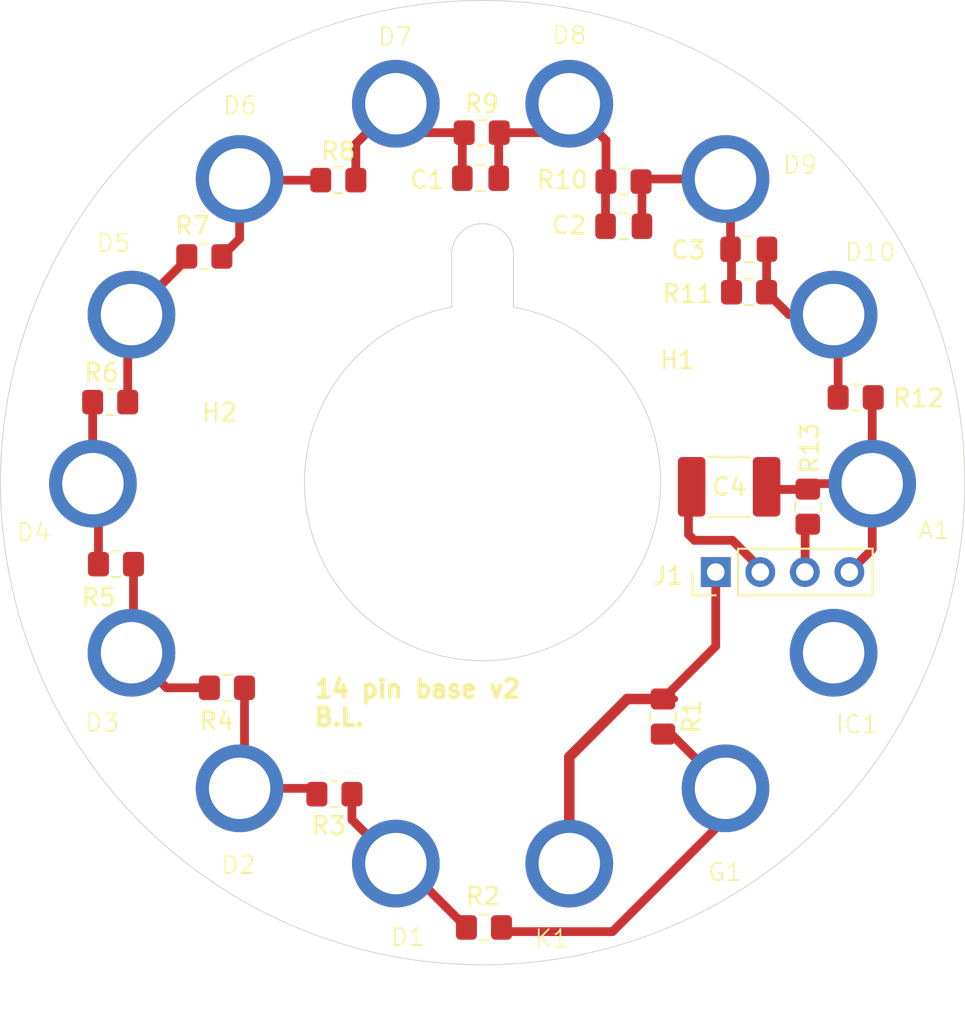
<source format=kicad_pcb>
(kicad_pcb (version 20240108) (generator "pcbnew") (generator_version "8.0")
  (layers (0 "F.Cu" signal) (31 "B.Cu" signal) (34 "B.Paste" user) (35 "F.Paste" user) (36 "B.SilkS" user "B.Silkscreen") (37 "F.SilkS" user "F.Silkscreen") (38 "B.Mask" user) (39 "F.Mask" user) (44 "Edge.Cuts" user))
  (net 0 "")
  (net 1 "Net-(A1-Pin_1)")
  (net 2 "Net-(D7-Pin_1)")
  (net 3 "Net-(D8-Pin_1)")
  (net 4 "Net-(D9-Pin_1)")
  (net 5 "Net-(D10-Pin_1)")
  (net 6 "Net-(J1-SIG)")
  (net 7 "Net-(D1-Pin_1)")
  (net 8 "Net-(D2-Pin_1)")
  (net 9 "Net-(D3-Pin_1)")
  (net 10 "Net-(D4-Pin_1)")
  (net 11 "Net-(D5-Pin_1)")
  (net 12 "Net-(D6-Pin_1)")
  (net 13 "Net-(G1-Pin_1)")
  (net 14 "Net-(J1-GND)")
  (net 15 "Net-(J1-HVL)")
  (footprint "Resistor_SMD:R_0805_2012Metric_Pad1.20x1.40mm_HandSolder" (layer "F.Cu") (at 134.13 87.1)
    (property "Reference" "R7" (at -0.68 -1.74 0) (layer "F.SilkS"))
    (property "Value" "1M" (hide yes))
    (fp_line (start -0.227064 -0.735) (end 0.227064 -0.735) (stroke (width 0.12)) (layer "F.SilkS"))
    (fp_line (start -0.227064 0.735) (end 0.227064 0.735) (stroke (width 0.12)) (layer "F.SilkS"))
    (pad "1" smd roundrect (at -1 0) (size 1.2 1.4) (layers "F.Cu" "F.Paste" "F.Mask") (roundrect_rratio 0.208333) (net 11 "Net-(D5-Pin_1)"))
    (pad "2" smd roundrect (at 1 0) (size 1.2 1.4) (layers "F.Cu" "F.Paste" "F.Mask") (roundrect_rratio 0.208333) (net 12 "Net-(D6-Pin_1)"))
  )
  (footprint "PMT pin:PMT pin" (layer "F.Cu") (at 154.946 78.332)
    (property "Reference" "D8" (at 0.004 -3.852 0) (layer "F.SilkS") (effects (font (thickness 0.1))))
    (property "Value" "D8" (hide yes))
    (pad "1" thru_hole circle (at 0 0.06) (size 5 5) (drill 3.5) (layers "*.Cu" "*.Mask") (net 3 "Net-(D8-Pin_1)"))
  )
  (footprint "Capacitor_SMD:C_0805_2012Metric_Pad1.18x1.45mm_HandSolder" (layer "F.Cu") (at 165.1825 86.69)
    (property "Reference" "C3" (at -3.4525 0.05 0) (layer "F.SilkS"))
    (property "Value" "10nf" (hide yes))
    (fp_line (start -0.261252 -0.735) (end 0.261252 -0.735) (stroke (width 0.12)) (layer "F.SilkS"))
    (fp_line (start -0.261252 0.735) (end 0.261252 0.735) (stroke (width 0.12)) (layer "F.SilkS"))
    (pad "1" smd roundrect (at -1.0375 0) (size 1.175 1.45) (layers "F.Cu" "F.Paste" "F.Mask") (roundrect_rratio 0.212766) (net 4 "Net-(D9-Pin_1)"))
    (pad "2" smd roundrect (at 1.0375 0) (size 1.175 1.45) (layers "F.Cu" "F.Paste" "F.Mask") (roundrect_rratio 0.212766) (net 5 "Net-(D10-Pin_1)"))
  )
  (footprint "Connector_PinHeader_2.54mm:PinHeader_1x04_P2.54mm_Vertical" (layer "F.Cu") (at 163.3 105.1 90)
    (property "Reference" "J1" (at -0.2 -2.7 180) (layer "F.SilkS"))
    (property "Value" "Conn_01x04_Pin" (hide yes))
    (fp_line (start -1.33 -1.33) (end 0 -1.33) (stroke (width 0.12)) (layer "F.SilkS"))
    (fp_line (start -1.33 0) (end -1.33 -1.33) (stroke (width 0.12)) (layer "F.SilkS"))
    (fp_line (start 1.33 1.27) (end 1.33 8.95) (stroke (width 0.12)) (layer "F.SilkS"))
    (fp_line (start -1.33 1.27) (end 1.33 1.27) (stroke (width 0.12)) (layer "F.SilkS"))
    (fp_line (start -1.33 1.27) (end -1.33 8.95) (stroke (width 0.12)) (layer "F.SilkS"))
    (fp_line (start -1.33 8.95) (end 1.33 8.95) (stroke (width 0.12)) (layer "F.SilkS"))
    (pad "1" thru_hole rect (at 0 0 90) (size 1.7 1.7) (drill 1) (layers "*.Cu" "*.Mask") (net 14 "Net-(J1-GND)"))
    (pad "2" thru_hole oval (at 0 2.54 90) (size 1.7 1.7) (drill 1) (layers "*.Cu" "*.Mask") (net 6 "Net-(J1-SIG)"))
    (pad "3" thru_hole oval (at 0 5.08 90) (size 1.7 1.7) (drill 1) (layers "*.Cu" "*.Mask") (net 15 "Net-(J1-HVL)"))
    (pad "4" thru_hole oval (at 0 7.62 90) (size 1.7 1.7) (drill 1) (layers "*.Cu" "*.Mask") (net 1 "Net-(A1-Pin_1)"))
  )
  (footprint "Resistor_SMD:R_0805_2012Metric_Pad1.20x1.40mm_HandSolder" (layer "F.Cu") (at 160.29 113.34 -90)
    (property "Reference" "R1" (at 0 -1.65 90) (layer "F.SilkS"))
    (property "Value" "1.8M" (hide yes))
    (fp_line (start -0.227064 0.735) (end 0.227064 0.735) (stroke (width 0.12)) (layer "F.SilkS"))
    (fp_line (start -0.227064 -0.735) (end 0.227064 -0.735) (stroke (width 0.12)) (layer "F.SilkS"))
    (pad "1" smd roundrect (at -1 0 270) (size 1.2 1.4) (layers "F.Cu" "F.Paste" "F.Mask") (roundrect_rratio 0.208333) (net 14 "Net-(J1-GND)"))
    (pad "2" smd roundrect (at 1 0 270) (size 1.2 1.4) (layers "F.Cu" "F.Paste" "F.Mask") (roundrect_rratio 0.208333) (net 13 "Net-(G1-Pin_1)"))
  )
  (footprint "Resistor_SMD:R_0805_2012Metric_Pad1.20x1.40mm_HandSolder" (layer "F.Cu") (at 128.76 95.41)
    (property "Reference" "R6" (at -0.49 -1.67 0) (layer "F.SilkS"))
    (property "Value" "1M" (hide yes))
    (fp_line (start -0.227064 -0.735) (end 0.227064 -0.735) (stroke (width 0.12)) (layer "F.SilkS"))
    (fp_line (start -0.227064 0.735) (end 0.227064 0.735) (stroke (width 0.12)) (layer "F.SilkS"))
    (pad "1" smd roundrect (at -1 0) (size 1.2 1.4) (layers "F.Cu" "F.Paste" "F.Mask") (roundrect_rratio 0.208333) (net 10 "Net-(D4-Pin_1)"))
    (pad "2" smd roundrect (at 1 0) (size 1.2 1.4) (layers "F.Cu" "F.Paste" "F.Mask") (roundrect_rratio 0.208333) (net 11 "Net-(D5-Pin_1)"))
  )
  (footprint "Resistor_SMD:R_0805_2012Metric_Pad1.20x1.40mm_HandSolder" (layer "F.Cu") (at 129.09 104.65 180)
    (property "Reference" "R5" (at 0.99 -1.9 0) (layer "F.SilkS"))
    (property "Value" "1M" (hide yes))
    (fp_line (start -0.227064 0.735) (end 0.227064 0.735) (stroke (width 0.12)) (layer "F.SilkS"))
    (fp_line (start -0.227064 -0.735) (end 0.227064 -0.735) (stroke (width 0.12)) (layer "F.SilkS"))
    (pad "1" smd roundrect (at -1 0 180) (size 1.2 1.4) (layers "F.Cu" "F.Paste" "F.Mask") (roundrect_rratio 0.208333) (net 9 "Net-(D3-Pin_1)"))
    (pad "2" smd roundrect (at 1 0 180) (size 1.2 1.4) (layers "F.Cu" "F.Paste" "F.Mask") (roundrect_rratio 0.208333) (net 10 "Net-(D4-Pin_1)"))
  )
  (footprint "PMT pin:PMT pin" (layer "F.Cu") (at 170.024 109.643)
    (property "Reference" "IC1" (at 1.336 4.147 0) (layer "F.SilkS") (effects (font (thickness 0.1))))
    (property "Value" "MountingHole" (hide yes))
    (pad "1" thru_hole circle (at 0 0.06) (size 5 5) (drill 3.5) (layers "*.Cu" "*.Mask"))
  )
  (footprint "Capacitor_SMD:C_0805_2012Metric_Pad1.18x1.45mm_HandSolder" (layer "F.Cu") (at 158.0525 85.38)
    (property "Reference" "C2" (at -3.1225 -0.05 0) (layer "F.SilkS"))
    (property "Value" "10nf" (hide yes))
    (fp_line (start -0.261252 -0.735) (end 0.261252 -0.735) (stroke (width 0.12)) (layer "F.SilkS"))
    (fp_line (start -0.261252 0.735) (end 0.261252 0.735) (stroke (width 0.12)) (layer "F.SilkS"))
    (pad "1" smd roundrect (at -1.0375 0) (size 1.175 1.45) (layers "F.Cu" "F.Paste" "F.Mask") (roundrect_rratio 0.212766) (net 3 "Net-(D8-Pin_1)"))
    (pad "2" smd roundrect (at 1.0375 0) (size 1.175 1.45) (layers "F.Cu" "F.Paste" "F.Mask") (roundrect_rratio 0.212766) (net 4 "Net-(D9-Pin_1)"))
  )
  (footprint "PMT pin:PMT pin" (layer "F.Cu") (at 163.857 82.624)
    (property "Reference" "D9" (at 4.243 -0.744 0) (layer "F.SilkS") (effects (font (thickness 0.1))))
    (property "Value" "D9" (hide yes))
    (pad "1" thru_hole circle (at 0 0.06) (size 5 5) (drill 3.5) (layers "*.Cu" "*.Mask") (net 4 "Net-(D9-Pin_1)"))
  )
  (footprint "PMT pin:PMT pin" (layer "F.Cu") (at 129.976 90.357)
    (property "Reference" "D5" (at -1.026 -4.017 0) (layer "F.SilkS") (effects (font (thickness 0.1))))
    (property "Value" "D5" (hide yes))
    (pad "1" thru_hole circle (at 0 0.06) (size 5 5) (drill 3.5) (layers "*.Cu" "*.Mask") (net 11 "Net-(D5-Pin_1)"))
  )
  (footprint "PMT pin:PMT pin" (layer "F.Cu") (at 136.143 117.376)
    (property "Reference" "D2" (at -0.073 4.434 0) (layer "F.SilkS") (effects (font (thickness 0.1))))
    (property "Value" "D2" (hide yes))
    (pad "1" thru_hole circle (at 0 0.06) (size 5 5) (drill 3.5) (layers "*.Cu" "*.Mask") (net 8 "Net-(D2-Pin_1)"))
  )
  (footprint "Resistor_SMD:R_0805_2012Metric_Pad1.20x1.40mm_HandSolder" (layer "F.Cu") (at 171.28 95.14)
    (property "Reference" "R12" (at 3.59 0.04 0) (layer "F.SilkS"))
    (property "Value" "1M" (hide yes))
    (fp_line (start -0.227064 -0.735) (end 0.227064 -0.735) (stroke (width 0.12)) (layer "F.SilkS"))
    (fp_line (start -0.227064 0.735) (end 0.227064 0.735) (stroke (width 0.12)) (layer "F.SilkS"))
    (pad "1" smd roundrect (at -1 0) (size 1.2 1.4) (layers "F.Cu" "F.Paste" "F.Mask") (roundrect_rratio 0.208333) (net 5 "Net-(D10-Pin_1)"))
    (pad "2" smd roundrect (at 1 0) (size 1.2 1.4) (layers "F.Cu" "F.Paste" "F.Mask") (roundrect_rratio 0.208333) (net 1 "Net-(A1-Pin_1)"))
  )
  (footprint "Resistor_SMD:R_0805_2012Metric_Pad1.20x1.40mm_HandSolder" (layer "F.Cu") (at 150.08 125.37 180)
    (property "Reference" "R2" (at 0.06 1.78 0) (layer "F.SilkS"))
    (property "Value" "0.2M" (hide yes))
    (fp_line (start -0.227064 0.735) (end 0.227064 0.735) (stroke (width 0.12)) (layer "F.SilkS"))
    (fp_line (start -0.227064 -0.735) (end 0.227064 -0.735) (stroke (width 0.12)) (layer "F.SilkS"))
    (pad "1" smd roundrect (at -1 0 180) (size 1.2 1.4) (layers "F.Cu" "F.Paste" "F.Mask") (roundrect_rratio 0.208333) (net 13 "Net-(G1-Pin_1)"))
    (pad "2" smd roundrect (at 1 0 180) (size 1.2 1.4) (layers "F.Cu" "F.Paste" "F.Mask") (roundrect_rratio 0.208333) (net 7 "Net-(D1-Pin_1)"))
  )
  (footprint "PMT pin:PMT pin" (layer "F.Cu") (at 127.775 100)
    (property "Reference" "D4" (at -3.385 2.84 0) (layer "F.SilkS") (effects (font (thickness 0.1))))
    (property "Value" "D4" (hide yes))
    (pad "1" thru_hole circle (at 0 0.06) (size 5 5) (drill 3.5) (layers "*.Cu" "*.Mask") (net 10 "Net-(D4-Pin_1)"))
  )
  (footprint "PMT pin:PMT pin" (layer "F.Cu") (at 145.054 78.332)
    (property "Reference" "D7" (at -0.054 -3.762 0) (layer "F.SilkS") (effects (font (thickness 0.1))))
    (property "Value" "D7" (hide yes))
    (pad "1" thru_hole circle (at 0 0.06) (size 5 5) (drill 3.5) (layers "*.Cu" "*.Mask") (net 2 "Net-(D7-Pin_1)"))
  )
  (footprint "PMT pin:PMT pin" (layer "F.Cu") (at 172.225 100)
    (property "Reference" "A1" (at 3.535 2.71 0) (layer "F.SilkS") (effects (font (thickness 0.1))))
    (property "Value" "A11" (hide yes))
    (pad "1" thru_hole circle (at 0 0.06) (size 5 5) (drill 3.5) (layers "*.Cu" "*.Mask") (net 1 "Net-(A1-Pin_1)"))
  )
  (footprint "MountingHole:MountingHole_3mm" (layer "F.Cu") (at 165 95)
    (property "Reference" "H1" (at -3.9 -2 0) (layer "F.SilkS"))
    (property "Value" "MountingHole" (hide yes))
    (pad "" np_thru_hole circle (at 0 0) (size 3 3) (drill 3) (layers "*.Cu" "*.Mask"))
  )
  (footprint "Capacitor_SMD:C_1812_4532Metric_Pad1.57x3.40mm_HandSolder" (layer "F.Cu") (at 164.0625 100.24)
    (property "Reference" "C4" (at 0 0 0) (layer "F.SilkS"))
    (property "Value" "1000 pF" (hide yes))
    (fp_line (start -1.161252 -1.71) (end 1.161252 -1.71) (stroke (width 0.12)) (layer "F.SilkS"))
    (fp_line (start -1.161252 1.71) (end 1.161252 1.71) (stroke (width 0.12)) (layer "F.SilkS"))
    (pad "1" smd roundrect (at -2.1375 0) (size 1.575 3.4) (layers "F.Cu" "F.Paste" "F.Mask") (roundrect_rratio 0.15873) (net 6 "Net-(J1-SIG)"))
    (pad "2" smd roundrect (at 2.1375 0) (size 1.575 3.4) (layers "F.Cu" "F.Paste" "F.Mask") (roundrect_rratio 0.15873) (net 1 "Net-(A1-Pin_1)"))
  )
  (footprint "PMT pin:PMT pin" (layer "F.Cu") (at 163.857 117.376)
    (property "Reference" "G1" (at -0.03 4.84 0) (layer "F.SilkS") (effects (font (thickness 0.1))))
    (property "Value" "G13" (hide yes))
    (pad "1" thru_hole circle (at 0 0.06) (size 5 5) (drill 3.5) (layers "*.Cu" "*.Mask") (net 13 "Net-(G1-Pin_1)"))
  )
  (footprint "Resistor_SMD:R_0805_2012Metric_Pad1.20x1.40mm_HandSolder" (layer "F.Cu") (at 168.55 101.37 -90)
    (property "Reference" "R13" (at -3.34 -0.1 -90) (layer "F.SilkS"))
    (property "Value" "1M" (hide yes))
    (fp_line (start -0.227064 0.735) (end 0.227064 0.735) (stroke (width 0.12)) (layer "F.SilkS"))
    (fp_line (start -0.227064 -0.735) (end 0.227064 -0.735) (stroke (width 0.12)) (layer "F.SilkS"))
    (pad "1" smd roundrect (at -1 0 270) (size 1.2 1.4) (layers "F.Cu" "F.Paste" "F.Mask") (roundrect_rratio 0.208333) (net 1 "Net-(A1-Pin_1)"))
    (pad "2" smd roundrect (at 1 0 270) (size 1.2 1.4) (layers "F.Cu" "F.Paste" "F.Mask") (roundrect_rratio 0.208333) (net 15 "Net-(J1-HVL)"))
  )
  (footprint "Resistor_SMD:R_0805_2012Metric_Pad1.20x1.40mm_HandSolder" (layer "F.Cu") (at 135.42 111.7 180)
    (property "Reference" "R4" (at 0.59 -1.9 0) (layer "F.SilkS"))
    (property "Value" "1M" (hide yes))
    (fp_line (start -0.227064 0.735) (end 0.227064 0.735) (stroke (width 0.12)) (layer "F.SilkS"))
    (fp_line (start -0.227064 -0.735) (end 0.227064 -0.735) (stroke (width 0.12)) (layer "F.SilkS"))
    (pad "1" smd roundrect (at -1 0 180) (size 1.2 1.4) (layers "F.Cu" "F.Paste" "F.Mask") (roundrect_rratio 0.208333) (net 8 "Net-(D2-Pin_1)"))
    (pad "2" smd roundrect (at 1 0 180) (size 1.2 1.4) (layers "F.Cu" "F.Paste" "F.Mask") (roundrect_rratio 0.208333) (net 9 "Net-(D3-Pin_1)"))
  )
  (footprint "PMT pin:PMT pin" (layer "F.Cu") (at 145.054 121.668)
    (property "Reference" "D1" (at 0.676 4.252 0) (layer "F.SilkS") (effects (font (thickness 0.1))))
    (property "Value" "D1" (hide yes))
    (pad "1" thru_hole circle (at 0 0.06) (size 5 5) (drill 3.5) (layers "*.Cu" "*.Mask") (net 7 "Net-(D1-Pin_1)"))
  )
  (footprint "PMT pin:PMT pin" (layer "F.Cu") (at 154.946 121.668)
    (property "Reference" "K1" (at -1.006 4.342 0) (layer "F.SilkS") (effects (font (thickness 0.1))))
    (property "Value" "K14" (hide yes))
    (pad "1" thru_hole circle (at 0 0.06) (size 5 5) (drill 3.5) (layers "*.Cu" "*.Mask") (net 14 "Net-(J1-GND)"))
  )
  (footprint "Resistor_SMD:R_0805_2012Metric_Pad1.20x1.40mm_HandSolder" (layer "F.Cu") (at 165.2 89.14)
    (property "Reference" "R11" (at -3.49 0.09 0) (layer "F.SilkS"))
    (property "Value" "1M" (hide yes))
    (fp_line (start -0.227064 -0.735) (end 0.227064 -0.735) (stroke (width 0.12)) (layer "F.SilkS"))
    (fp_line (start -0.227064 0.735) (end 0.227064 0.735) (stroke (width 0.12)) (layer "F.SilkS"))
    (pad "1" smd roundrect (at -1 0) (size 1.2 1.4) (layers "F.Cu" "F.Paste" "F.Mask") (roundrect_rratio 0.208333) (net 4 "Net-(D9-Pin_1)"))
    (pad "2" smd roundrect (at 1 0) (size 1.2 1.4) (layers "F.Cu" "F.Paste" "F.Mask") (roundrect_rratio 0.208333) (net 5 "Net-(D10-Pin_1)"))
  )
  (footprint "PMT pin:PMT pin" (layer "F.Cu") (at 170.024 90.357)
    (property "Reference" "D10" (at 2.086 -3.497 0) (layer "F.SilkS") (effects (font (thickness 0.1))))
    (property "Value" "D10" (hide yes))
    (pad "1" thru_hole circle (at 0 0.06) (size 5 5) (drill 3.5) (layers "*.Cu" "*.Mask") (net 5 "Net-(D10-Pin_1)"))
  )
  (footprint "Resistor_SMD:R_0805_2012Metric_Pad1.20x1.40mm_HandSolder" (layer "F.Cu") (at 141.55 117.77 180)
    (property "Reference" "R3" (at 0.32 -1.8 0) (layer "F.SilkS"))
    (property "Value" "1M" (hide yes))
    (fp_line (start -0.227064 0.735) (end 0.227064 0.735) (stroke (width 0.12)) (layer "F.SilkS"))
    (fp_line (start -0.227064 -0.735) (end 0.227064 -0.735) (stroke (width 0.12)) (layer "F.SilkS"))
    (pad "1" smd roundrect (at -1 0 180) (size 1.2 1.4) (layers "F.Cu" "F.Paste" "F.Mask") (roundrect_rratio 0.208333) (net 7 "Net-(D1-Pin_1)"))
    (pad "2" smd roundrect (at 1 0 180) (size 1.2 1.4) (layers "F.Cu" "F.Paste" "F.Mask") (roundrect_rratio 0.208333) (net 8 "Net-(D2-Pin_1)"))
  )
  (footprint "PMT pin:center hole" (layer "F.Cu") (at 150 100)
    (property "Reference" "H3" (hide yes))
    (property "Value" "MountingHole" (hide yes))
    (fp_line (start -1.764 -13.006) (end -1.764 -10.006) (stroke (width 0.05)) (layer "Edge.Cuts"))
    (fp_line (start 1.764 -13.006) (end 1.764 -10.006) (stroke (width 0.05)) (layer "Edge.Cuts"))
    (fp_arc (start -1.764 -13.006) (mid 0 -14.77) (end 1.764 -13.006) (stroke (width 0.05)) (layer "Edge.Cuts"))
    (fp_arc (start 1.764 -10.006) (mid 0 10.156614) (end -1.764 -10.006) (stroke (width 0.05)) (layer "Edge.Cuts"))
  )
  (footprint "PMT pin:PMT pin" (layer "F.Cu") (at 136.143 82.624)
    (property "Reference" "D6" (at 0.017 -4.134 0) (layer "F.SilkS") (effects (font (thickness 0.1))))
    (property "Value" "D6" (hide yes))
    (pad "1" thru_hole circle (at 0 0.06) (size 5 5) (drill 3.5) (layers "*.Cu" "*.Mask") (net 12 "Net-(D6-Pin_1)"))
  )
  (footprint "Resistor_SMD:R_0805_2012Metric_Pad1.20x1.40mm_HandSolder" (layer "F.Cu") (at 141.77 82.75)
    (property "Reference" "R8" (at 0 -1.65 0) (layer "F.SilkS"))
    (property "Value" "1M" (hide yes))
    (fp_line (start -0.227064 -0.735) (end 0.227064 -0.735) (stroke (width 0.12)) (layer "F.SilkS"))
    (fp_line (start -0.227064 0.735) (end 0.227064 0.735) (stroke (width 0.12)) (layer "F.SilkS"))
    (pad "1" smd roundrect (at -1 0) (size 1.2 1.4) (layers "F.Cu" "F.Paste" "F.Mask") (roundrect_rratio 0.208333) (net 12 "Net-(D6-Pin_1)"))
    (pad "2" smd roundrect (at 1 0) (size 1.2 1.4) (layers "F.Cu" "F.Paste" "F.Mask") (roundrect_rratio 0.208333) (net 2 "Net-(D7-Pin_1)"))
  )
  (footprint "Resistor_SMD:R_0805_2012Metric_Pad1.20x1.40mm_HandSolder" (layer "F.Cu") (at 158.04 82.83)
    (property "Reference" "R10" (at -3.49 -0.1 0) (layer "F.SilkS"))
    (property "Value" "1M" (hide yes))
    (fp_line (start -0.227064 -0.735) (end 0.227064 -0.735) (stroke (width 0.12)) (layer "F.SilkS"))
    (fp_line (start -0.227064 0.735) (end 0.227064 0.735) (stroke (width 0.12)) (layer "F.SilkS"))
    (pad "1" smd roundrect (at -1 0) (size 1.2 1.4) (layers "F.Cu" "F.Paste" "F.Mask") (roundrect_rratio 0.208333) (net 3 "Net-(D8-Pin_1)"))
    (pad "2" smd roundrect (at 1 0) (size 1.2 1.4) (layers "F.Cu" "F.Paste" "F.Mask") (roundrect_rratio 0.208333) (net 4 "Net-(D9-Pin_1)"))
  )
  (footprint "Resistor_SMD:R_0805_2012Metric_Pad1.20x1.40mm_HandSolder" (layer "F.Cu") (at 149.95 80.04)
    (property "Reference" "R9" (at 0 -1.65 0) (layer "F.SilkS"))
    (property "Value" "1M")
    (fp_line (start -0.227064 -0.735) (end 0.227064 -0.735) (stroke (width 0.12)) (layer "F.SilkS"))
    (fp_line (start -0.227064 0.735) (end 0.227064 0.735) (stroke (width 0.12)) (layer "F.SilkS"))
    (pad "1" smd roundrect (at -1 0) (size 1.2 1.4) (layers "F.Cu" "F.Paste" "F.Mask") (roundrect_rratio 0.208333) (net 2 "Net-(D7-Pin_1)"))
    (pad "2" smd roundrect (at 1 0) (size 1.2 1.4) (layers "F.Cu" "F.Paste" "F.Mask") (roundrect_rratio 0.208333) (net 3 "Net-(D8-Pin_1)"))
  )
  (footprint "Capacitor_SMD:C_0805_2012Metric_Pad1.18x1.45mm_HandSolder" (layer "F.Cu") (at 149.8825 82.64)
    (property "Reference" "C1" (at -3.0425 0.09 0) (layer "F.SilkS"))
    (property "Value" "10nf" (hide yes))
    (fp_line (start -0.261252 -0.735) (end 0.261252 -0.735) (stroke (width 0.12)) (layer "F.SilkS"))
    (fp_line (start -0.261252 0.735) (end 0.261252 0.735) (stroke (width 0.12)) (layer "F.SilkS"))
    (pad "1" smd roundrect (at -1.0375 0) (size 1.175 1.45) (layers "F.Cu" "F.Paste" "F.Mask") (roundrect_rratio 0.212766) (net 2 "Net-(D7-Pin_1)"))
    (pad "2" smd roundrect (at 1.0375 0) (size 1.175 1.45) (layers "F.Cu" "F.Paste" "F.Mask") (roundrect_rratio 0.212766) (net 3 "Net-(D8-Pin_1)"))
  )
  (footprint "MountingHole:MountingHole_3mm" (layer "F.Cu") (at 135 100)
    (property "Reference" "H2" (at 0 -4 0) (layer "F.SilkS"))
    (property "Value" "MountingHole" (hide yes))
    (pad "" np_thru_hole circle (at 0 0) (size 3 3) (drill 3) (layers "*.Cu" "*.Mask"))
  )
  (footprint "PMT pin:PMT pin" (layer "F.Cu") (at 129.976 109.643)
    (property "Reference" "D3" (at -1.666 4.057 0) (layer "F.SilkS") (effects (font (thickness 0.1))))
    (property "Value" "D3" (hide yes))
    (pad "1" thru_hole circle (at 0 0.06) (size 5 5) (drill 3.5) (layers "*.Cu" "*.Mask") (net 9 "Net-(D3-Pin_1)"))
  )
  (gr_circle (center 150 100) (end 177.5 100) (stroke (width 0.05)) (fill none) (layer "Edge.Cuts"))
  (gr_text "14 pin base v2\nB.L." (at 140.29 113.96 0) (layer "F.SilkS") (effects (font (size 1 1) (thickness 0.25) (bold yes)) (justify left bottom)))
  (segment (start 172.225 103.795) (end 170.92 105.1) (width 0.5) (layer "F.Cu") (net 1))
  (segment (start 172.225 100.06) (end 168.73 100.06) (width 0.5) (layer "F.Cu") (net 1))
  (segment (start 168.73 100.06) (end 168.4 100.39) (width 0.5) (layer "F.Cu") (net 1))
  (segment (start 170.675 101.61) (end 172.225 100.06) (width 0.5) (layer "F.Cu") (net 1))
  (segment (start 172.225 100.06) (end 172.225 103.795) (width 0.5) (layer "F.Cu") (net 1))
  (segment (start 166.39 100.39) (end 166.02 100.76) (width 0.5) (layer "F.Cu") (net 1))
  (segment (start 172.225 100.06) (end 172.225 95.195) (width 0.5) (layer "F.Cu") (net 1))
  (segment (start 168.4 100.39) (end 166.39 100.39) (width 0.5) (layer "F.Cu") (net 1))
  (segment (start 172.225 95.195) (end 172.28 95.14) (width 0.5) (layer "F.Cu") (net 1))
  (segment (start 142.77 80.676) (end 145.054 78.392) (width 0.5) (layer "F.Cu") (net 2))
  (segment (start 148.845 82.64) (end 148.845 80.145) (width 0.5) (layer "F.Cu") (net 2))
  (segment (start 142.77 82.75) (end 142.77 80.676) (width 0.5) (layer "F.Cu") (net 2))
  (segment (start 146.702 80.04) (end 145.054 78.392) (width 0.5) (layer "F.Cu") (net 2))
  (segment (start 148.845 80.145) (end 148.95 80.04) (width 0.5) (layer "F.Cu") (net 2))
  (segment (start 148.95 80.04) (end 146.702 80.04) (width 0.5) (layer "F.Cu") (net 2))
  (segment (start 157.015 82.855) (end 157.04 82.83) (width 0.5) (layer "F.Cu") (net 3))
  (segment (start 150.92 80.07) (end 150.95 80.04) (width 0.5) (layer "F.Cu") (net 3))
  (segment (start 157.015 85.38) (end 157.015 82.855) (width 0.5) (layer "F.Cu") (net 3))
  (segment (start 150.95 80.04) (end 153.298 80.04) (width 0.5) (layer "F.Cu") (net 3))
  (segment (start 157.04 82.83) (end 157.04 80.486) (width 0.5) (layer "F.Cu") (net 3))
  (segment (start 150.92 82.64) (end 150.92 80.07) (width 0.5) (layer "F.Cu") (net 3))
  (segment (start 153.298 80.04) (end 154.946 78.392) (width 0.5) (layer "F.Cu") (net 3))
  (segment (start 157.04 80.486) (end 154.946 78.392) (width 0.5) (layer "F.Cu") (net 3))
  (segment (start 163.857 82.684) (end 159.186 82.684) (width 0.5) (layer "F.Cu") (net 4))
  (segment (start 164.2 89.14) (end 164.2 86.745) (width 0.5) (layer "F.Cu") (net 4))
  (segment (start 164.145 86.69) (end 164.145 82.972) (width 0.5) (layer "F.Cu") (net 4))
  (segment (start 159.186 82.684) (end 159.04 82.83) (width 0.5) (layer "F.Cu") (net 4))
  (segment (start 159.09 85.38) (end 159.09 82.88) (width 0.5) (layer "F.Cu") (net 4))
  (segment (start 164.145 82.972) (end 163.857 82.684) (width 0.5) (layer "F.Cu") (net 4))
  (segment (start 159.09 82.88) (end 159.04 82.83) (width 0.5) (layer "F.Cu") (net 4))
  (segment (start 164.2 86.745) (end 164.145 86.69) (width 0.5) (layer "F.Cu") (net 4))
  (segment (start 170.024 90.417) (end 167.477 90.417) (width 0.5) (layer "F.Cu") (net 5))
  (segment (start 166.2 89.14) (end 166.2 86.71) (width 0.5) (layer "F.Cu") (net 5))
  (segment (start 167.477 90.417) (end 166.2 89.14) (width 0.5) (layer "F.Cu") (net 5))
  (segment (start 166.2 86.71) (end 166.22 86.69) (width 0.5) (layer "F.Cu") (net 5))
  (segment (start 169.75 90.691) (end 170.024 90.417) (width 0.5) (layer "F.Cu") (net 5))
  (segment (start 170.28 95.14) (end 170.28 90.673) (width 0.5) (layer "F.Cu") (net 5))
  (segment (start 170.28 90.673) (end 170.024 90.417) (width 0.5) (layer "F.Cu") (net 5))
  (segment (start 161.745 100.76) (end 161.745 102.955) (width 0.5) (layer "F.Cu") (net 6))
  (segment (start 164.25 103.29) (end 165.84 104.88) (width 0.5) (layer "F.Cu") (net 6))
  (segment (start 165.84 104.88) (end 165.84 105.1) (width 0.5) (layer "F.Cu") (net 6))
  (segment (start 162.08 103.29) (end 164.25 103.29) (width 0.5) (layer "F.Cu") (net 6))
  (segment (start 161.745 102.955) (end 162.08 103.29) (width 0.5) (layer "F.Cu") (net 6))
  (segment (start 142.55 119.224) (end 145.054 121.728) (width 0.5) (layer "F.Cu") (net 7))
  (segment (start 142.55 117.77) (end 142.55 119.224) (width 0.5) (layer "F.Cu") (net 7))
  (segment (start 145.054 121.728) (end 145.438 121.728) (width 0.5) (layer "F.Cu") (net 7))
  (segment (start 145.438 121.728) (end 149.08 125.37) (width 0.5) (layer "F.Cu") (net 7))
  (segment (start 136.42 111.7) (end 136.42 117.159) (width 0.5) (layer "F.Cu") (net 8))
  (segment (start 140.216 117.436) (end 140.55 117.77) (width 0.5) (layer "F.Cu") (net 8))
  (segment (start 136.42 117.159) (end 136.143 117.436) (width 0.5) (layer "F.Cu") (net 8))
  (segment (start 136.143 117.436) (end 140.216 117.436) (width 0.5) (layer "F.Cu") (net 8))
  (segment (start 130.09 104.65) (end 130.09 109.589) (width 0.5) (layer "F.Cu") (net 9))
  (segment (start 129.976 109.703) (end 131.973 111.7) (width 0.5) (layer "F.Cu") (net 9))
  (segment (start 131.973 111.7) (end 134.42 111.7) (width 0.5) (layer "F.Cu") (net 9))
  (segment (start 130.09 109.589) (end 129.976 109.703) (width 0.5) (layer "F.Cu") (net 9))
  (segment (start 127.76 100.045) (end 127.775 100.06) (width 0.5) (layer "F.Cu") (net 10))
  (segment (start 128.09 100.375) (end 127.775 100.06) (width 0.5) (layer "F.Cu") (net 10))
  (segment (start 128.09 104.65) (end 128.09 100.375) (width 0.5) (layer "F.Cu") (net 10))
  (segment (start 127.76 95.41) (end 127.76 100.045) (width 0.5) (layer "F.Cu") (net 10))
  (segment (start 129.76 90.633) (end 129.976 90.417) (width 0.5) (layer "F.Cu") (net 11))
  (segment (start 133.13 87.263) (end 129.976 90.417) (width 0.5) (layer "F.Cu") (net 11))
  (segment (start 129.76 95.41) (end 129.76 90.633) (width 0.5) (layer "F.Cu") (net 11))
  (segment (start 133.13 87.1) (end 133.13 87.263) (width 0.5) (layer "F.Cu") (net 11))
  (segment (start 136.143 82.684) (end 136.143 86.087) (width 0.5) (layer "F.Cu") (net 12))
  (segment (start 136.143 86.087) (end 135.13 87.1) (width 0.5) (layer "F.Cu") (net 12))
  (segment (start 140.77 82.75) (end 136.209 82.75) (width 0.5) (layer "F.Cu") (net 12))
  (segment (start 136.209 82.75) (end 136.143 82.684) (width 0.5) (layer "F.Cu") (net 12))
  (segment (start 163.857 117.436) (end 160.761 114.34) (width 0.5) (layer "F.Cu") (net 13))
  (segment (start 163.857 119.163) (end 157.41 125.61) (width 0.5) (layer "F.Cu") (net 13))
  (segment (start 157.41 125.61) (end 151.32 125.61) (width 0.5) (layer "F.Cu") (net 13))
  (segment (start 160.761 114.34) (end 160.29 114.34) (width 0.4) (layer "F.Cu") (net 13))
  (segment (start 163.857 117.436) (end 163.857 119.163) (width 0.5) (layer "F.Cu") (net 13))
  (segment (start 151.32 125.61) (end 151.08 125.37) (width 0.5) (layer "F.Cu") (net 13))
  (segment (start 158.25 112.34) (end 160.29 112.34) (width 0.6) (layer "F.Cu") (net 14))
  (segment (start 163.3 105.1) (end 163.3 109.33) (width 0.5) (layer "F.Cu") (net 14))
  (segment (start 163.3 109.33) (end 160.29 112.34) (width 0.5) (layer "F.Cu") (net 14))
  (segment (start 154.946 121.728) (end 154.946 115.644) (width 0.6) (layer "F.Cu") (net 14))
  (segment (start 160.29 112.34) (end 160.95 112.34) (width 0.4) (layer "F.Cu") (net 14))
  (segment (start 154.946 115.644) (end 158.25 112.34) (width 0.6) (layer "F.Cu") (net 14))
  (segment (start 168.4 102.39) (end 168.4 105.08) (width 0.5) (layer "F.Cu") (net 15))
  (segment (start 168.4 105.08) (end 168.38 105.1) (width 0.5) (layer "F.Cu") (net 15))
)
</source>
